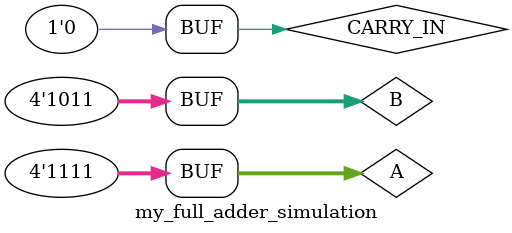
<source format=v>
`timescale 1ns / 1ps


module my_full_adder_simulation(

    );
    
    reg [3:0] A;
    reg [3:0] B;
    reg CARRY_IN;
    
    wire [3:0] S;
    wire CARRY_OUT;
    
    my_2_bit_adder dut(A, B, CARRY_IN, S, CARRY_OUT);
    
    initial begin
    A = 4'b0101; B = 4'b0001; CARRY_IN =1'b0; #10;
    A = 4'b0101; B = 4'b1111; CARRY_IN =1'b0; #10;
    A = 4'b1111; B = 4'b0101; CARRY_IN =1'b0; #10;
    A = 4'b1111; B = 4'b1011; CARRY_IN =1'b0; #10;
    end
    
endmodule

</source>
